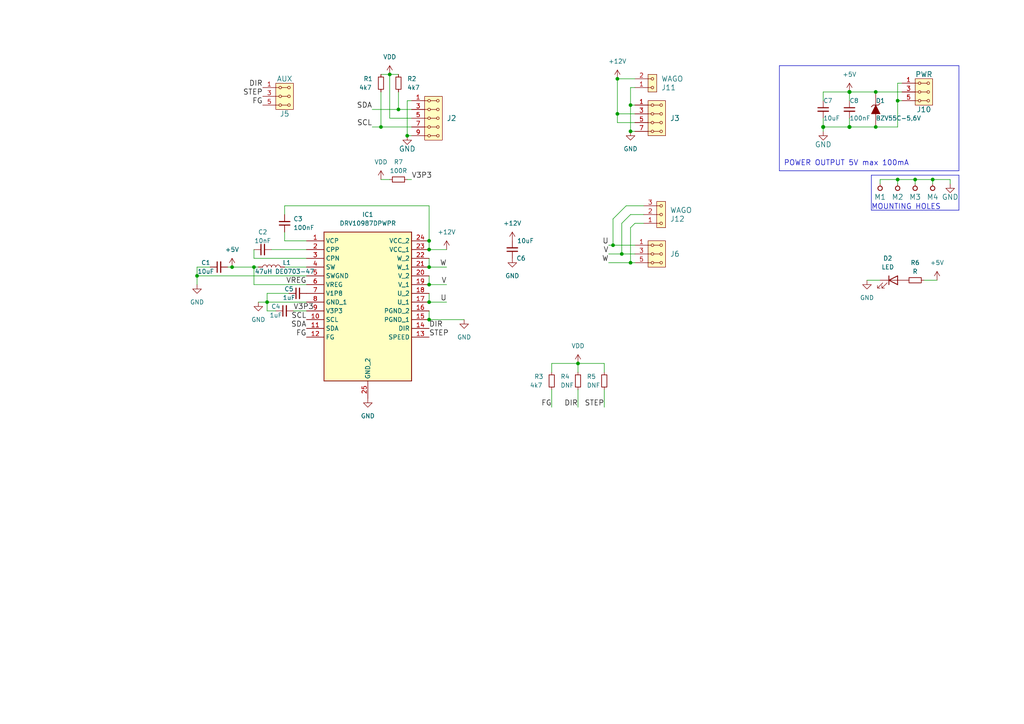
<source format=kicad_sch>
(kicad_sch (version 20230121) (generator eeschema)
  (paper "A4")
  (title_block (title "DRV10987V01A") (date "%d. %m. %Y") (rev "01A") (company "Mlab www.mlab.cz") (comment 1 "BLDC/PMSM sensorless motor controller ") (comment 2 "roman-dvorak <romandvorak@mlab.cz>"))
  (lib_symbols
    (symbol "Device:C_Small" (pin_numbers hide) (pin_names (offset 0.254) hide)
      (property "Reference" "C" (at 0.254 1.778 0))
      (property "Value" "C_Small" (at 0.254 -2.032 0))
      (symbol "C_Small_0_1"
        (polyline (pts (xy -1.524 -0.508) (xy 1.524 -0.508)) (stroke (width 0.3302)))
        (polyline (pts (xy -1.524 0.508) (xy 1.524 0.508)) (stroke (width 0.3048)))
      )
      (symbol "C_Small_1_1"
        (pin passive line (at 0 2.54 270) (length 2.032) (name "~") (number "1"))
        (pin passive line (at 0 -2.54 90) (length 2.032) (name "~") (number "2"))
      )
    )
    (symbol "Device:L" (pin_numbers hide) (pin_names (offset 1.016) hide)
      (property "Reference" "L" (at -1.27 0 90))
      (property "Value" "L" (at 1.905 0 90))
      (symbol "L_0_1"
        (arc (start 0 -2.54) (mid 0.6323 -1.905) (end 0 -1.27))
        (arc (start 0 -1.27) (mid 0.6323 -0.635) (end 0 0))
        (arc (start 0 0) (mid 0.6323 0.635) (end 0 1.27))
        (arc (start 0 1.27) (mid 0.6323 1.905) (end 0 2.54))
      )
      (symbol "L_1_1"
        (pin passive line (at 0 3.81 270) (length 1.27) (name "1") (number "1"))
        (pin passive line (at 0 -3.81 90) (length 1.27) (name "2") (number "2"))
      )
    )
    (symbol "Device:LED" (pin_numbers hide) (pin_names (offset 1.016) hide)
      (property "Reference" "D" (at 0 2.54 0))
      (property "Value" "LED" (at 0 -2.54 0))
      (symbol "LED_0_1"
        (polyline (pts (xy -1.27 -1.27) (xy -1.27 1.27)) (stroke (width 0.254)))
        (polyline (pts (xy -1.27 0) (xy 1.27 0)))
        (polyline (pts (xy 1.27 -1.27) (xy 1.27 1.27) (xy -1.27 0) (xy 1.27 -1.27)) (stroke (width 0.254)))
        (polyline (pts (xy -3.048 -0.762) (xy -4.572 -2.286) (xy -3.81 -2.286) (xy -4.572 -2.286) (xy -4.572 -1.524)))
        (polyline (pts (xy -1.778 -0.762) (xy -3.302 -2.286) (xy -2.54 -2.286) (xy -3.302 -2.286) (xy -3.302 -1.524)))
      )
      (symbol "LED_1_1"
        (pin passive line (at -3.81 0 0) (length 2.54) (name "K") (number "1"))
        (pin passive line (at 3.81 0 180) (length 2.54) (name "A") (number "2"))
      )
    )
    (symbol "Device:R_Small" (pin_numbers hide) (pin_names (offset 0.254) hide)
      (property "Reference" "R" (at 0.762 0.508 0))
      (property "Value" "R_Small" (at 0.762 -1.016 0))
      (symbol "R_Small_0_1"
        (rectangle (start -0.762 1.778) (end 0.762 -1.778) (stroke (width 0.2032)))
      )
      (symbol "R_Small_1_1"
        (pin passive line (at 0 2.54 270) (length 0.762) (name "~") (number "1"))
        (pin passive line (at 0 -2.54 90) (length 0.762) (name "~") (number "2"))
      )
    )
    (symbol "GND_1" (power) (pin_names (offset 0))
      (property "Value" "GND_1" (at 0 -3.81 0))
      (symbol "GND_1_0_1"
        (polyline (pts (xy 0 0) (xy 0 -1.27) (xy 1.27 -1.27) (xy 0 -2.54) (xy -1.27 -1.27) (xy 0 -1.27)))
      )
      (symbol "GND_1_1_1"
        (pin power_in line (at 0 0 270) (length 0) hide (name "GND") (number "1"))
      )
    )
    (symbol "GND_2" (power) (pin_names (offset 0))
      (property "Value" "GND_2" (at 0 -3.81 0))
      (symbol "GND_2_0_1"
        (polyline (pts (xy 0 0) (xy 0 -1.27) (xy 1.27 -1.27) (xy 0 -2.54) (xy -1.27 -1.27) (xy 0 -1.27)))
      )
      (symbol "GND_2_1_1"
        (pin power_in line (at 0 0 270) (length 0) hide (name "GND") (number "1"))
      )
    )
    (symbol "ISM02A-rescue:C_Small-Device-ISM02A-rescue" (pin_numbers hide) (pin_names (offset 0.254) hide)
      (property "Reference" "C" (at 0.254 1.778 0))
      (property "Value" "C_Small-Device-ISM02A-rescue" (at 0.254 -2.032 0))
      (symbol "C_Small-Device-ISM02A-rescue_0_1"
        (polyline (pts (xy -1.524 -0.508) (xy 1.524 -0.508)) (stroke (width 0.3302)))
        (polyline (pts (xy -1.524 0.508) (xy 1.524 0.508)) (stroke (width 0.3048)))
      )
      (symbol "C_Small-Device-ISM02A-rescue_1_1"
        (pin passive line (at 0 2.54 270) (length 2.032) (name "~") (number "1"))
        (pin passive line (at 0 -2.54 90) (length 2.032) (name "~") (number "2"))
      )
    )
    (symbol "ISM02A-rescue:D_ZENER-MLAB_D" (pin_numbers hide) (pin_names (offset 1.016) hide)
      (property "Reference" "D" (at 0 2.54 0))
      (property "Value" "D_ZENER-MLAB_D" (at 0 -2.54 0))
      (symbol "D_ZENER-MLAB_D_0_1"
        (polyline (pts (xy -1.778 1.27) (xy -1.27 0.762) (xy -1.27 -0.762) (xy -0.762 -1.27) (xy -0.762 -1.27)) (stroke (width 0.2032)))
        (polyline (pts (xy -1.27 0) (xy 1.27 1.27) (xy 1.27 -1.27) (xy -1.27 0) (xy -1.27 0)) (fill (type outline)))
      )
      (symbol "D_ZENER-MLAB_D_1_1"
        (pin passive line (at -5.08 0 0) (length 3.81) (name "K") (number "1"))
        (pin passive line (at 5.08 0 180) (length 3.81) (name "A") (number "2"))
      )
    )
    (symbol "MLAB_HEADER:HEADER_1x02" (pin_names (offset 1.016))
      (property "Reference" "J" (at 0 -3.81 0))
      (property "Value" "HEADER_1x02" (at 0 3.81 0))
      (symbol "HEADER_1x02_0_1"
        (rectangle (start -1.27 2.54) (end 1.27 -2.54) (fill (type background)))
        (circle (center 0 -1.27) (radius 0.381))
        (polyline (pts (xy -1.27 -1.27) (xy -0.381 -1.27)))
        (polyline (pts (xy -1.27 1.27) (xy -0.381 1.27)))
        (circle (center 0 1.27) (radius 0.381))
      )
      (symbol "HEADER_1x02_1_1"
        (pin input line (at -5.08 1.27 0) (length 3.81) (name "~") (number "1"))
        (pin input line (at -5.08 -1.27 0) (length 3.81) (name "~") (number "2"))
      )
    )
    (symbol "MLAB_HEADER:HEADER_1x03" (pin_names (offset 1.016))
      (property "Reference" "J" (at 0 -5.08 0))
      (property "Value" "HEADER_1x03" (at 0 5.08 0))
      (symbol "HEADER_1x03_0_1"
        (rectangle (start -1.27 3.81) (end 1.27 -3.81) (fill (type background)))
        (circle (center 0 -2.54) (radius 0.381))
        (polyline (pts (xy -1.27 -2.54) (xy -0.381 -2.54)))
        (polyline (pts (xy -1.27 0) (xy -0.381 0)))
        (polyline (pts (xy -1.27 2.54) (xy -0.381 2.54)))
        (circle (center 0 0) (radius 0.381))
        (circle (center 0 2.54) (radius 0.381))
      )
      (symbol "HEADER_1x03_1_1"
        (pin input line (at -5.08 2.54 0) (length 3.81) (name "~") (number "1"))
        (pin input line (at -5.08 0 0) (length 3.81) (name "~") (number "2"))
        (pin input line (at -5.08 -2.54 0) (length 3.81) (name "~") (number "3"))
      )
    )
    (symbol "MLAB_HEADER:HEADER_2x03_PARALLEL" (pin_names (offset 1.016))
      (property "Reference" "J" (at 0 -5.08 0))
      (property "Value" "HEADER_2x03_PARALLEL" (at 0 5.08 0))
      (symbol "HEADER_2x03_PARALLEL_0_1"
        (rectangle (start -2.54 3.81) (end 2.54 -3.81) (fill (type background)))
        (circle (center -1.27 -2.54) (radius 0.381))
        (circle (center -1.27 0) (radius 0.381))
        (circle (center -1.27 2.54) (radius 0.381))
        (polyline (pts (xy -1.651 -2.54) (xy -2.54 -2.54)))
        (polyline (pts (xy -1.651 0) (xy -2.54 0)))
        (polyline (pts (xy -1.651 2.54) (xy -2.54 2.54)))
        (polyline (pts (xy -0.889 -2.54) (xy 0.889 -2.54)))
        (polyline (pts (xy -0.889 0) (xy 0.889 0)))
        (polyline (pts (xy -0.889 2.54) (xy 0.889 2.54)))
        (circle (center 1.27 -2.54) (radius 0.381))
        (circle (center 1.27 0) (radius 0.381))
        (circle (center 1.27 2.54) (radius 0.381))
      )
      (symbol "HEADER_2x03_PARALLEL_1_1"
        (pin input line (at -6.35 2.54 0) (length 3.81) (name "~") (number "1"))
        (pin input line (at -6.35 2.54 0) (length 3.81) hide (name "~") (number "2"))
        (pin input line (at -6.35 0 0) (length 3.81) (name "~") (number "3"))
        (pin input line (at -6.35 0 0) (length 3.81) hide (name "~") (number "4"))
        (pin input line (at -6.35 -2.54 0) (length 3.81) (name "~") (number "5"))
        (pin input line (at -6.35 -2.54 0) (length 3.81) hide (name "~") (number "6"))
      )
    )
    (symbol "MLAB_HEADER:HEADER_2x04_PARALLEL" (pin_names (offset 1.016))
      (property "Reference" "J" (at 0 -6.35 0))
      (property "Value" "HEADER_2x04_PARALLEL" (at 0 6.35 0))
      (symbol "HEADER_2x04_PARALLEL_0_1"
        (rectangle (start -2.54 5.08) (end 2.54 -5.08) (fill (type background)))
        (circle (center -1.27 -3.81) (radius 0.381))
        (circle (center -1.27 -1.27) (radius 0.381))
        (circle (center -1.27 1.27) (radius 0.381))
        (circle (center -1.27 3.81) (radius 0.381))
        (polyline (pts (xy -1.651 -3.81) (xy -2.54 -3.81)))
        (polyline (pts (xy -1.651 -1.27) (xy -2.54 -1.27)))
        (polyline (pts (xy -1.651 1.27) (xy -2.54 1.27)))
        (polyline (pts (xy -1.651 3.81) (xy -2.54 3.81)))
        (polyline (pts (xy -0.889 -3.81) (xy 0.889 -3.81)))
        (polyline (pts (xy -0.889 -1.27) (xy 0.889 -1.27)))
        (polyline (pts (xy -0.889 1.27) (xy 0.889 1.27)))
        (polyline (pts (xy -0.889 3.81) (xy 0.889 3.81)))
        (circle (center 1.27 -3.81) (radius 0.381))
        (circle (center 1.27 -1.27) (radius 0.381))
        (circle (center 1.27 1.27) (radius 0.381))
        (circle (center 1.27 3.81) (radius 0.381))
      )
      (symbol "HEADER_2x04_PARALLEL_1_1"
        (pin input line (at -6.35 3.81 0) (length 3.81) (name "~") (number "1"))
        (pin input line (at -6.35 3.81 0) (length 3.81) hide (name "~") (number "2"))
        (pin input line (at -6.35 1.27 0) (length 3.81) (name "~") (number "3"))
        (pin input line (at -6.35 1.27 0) (length 3.81) hide (name "~") (number "4"))
        (pin input line (at -6.35 -1.27 0) (length 3.81) (name "~") (number "5"))
        (pin input line (at -6.35 -1.27 0) (length 3.81) hide (name "~") (number "6"))
        (pin input line (at -6.35 -3.81 0) (length 3.81) (name "~") (number "7"))
        (pin input line (at -6.35 -3.81 0) (length 3.81) hide (name "~") (number "8"))
      )
    )
    (symbol "MLAB_HEADER:HEADER_2x05_PARALLEL" (pin_names (offset 1.016))
      (property "Reference" "J" (at 0 -7.62 0))
      (property "Value" "HEADER_2x05_PARALLEL" (at 0 7.62 0))
      (symbol "HEADER_2x05_PARALLEL_0_1"
        (rectangle (start -2.54 6.35) (end 2.54 -6.35) (fill (type background)))
        (circle (center -1.27 -5.08) (radius 0.381))
        (circle (center -1.27 -2.54) (radius 0.381))
        (circle (center -1.27 0) (radius 0.381))
        (circle (center -1.27 2.54) (radius 0.381))
        (circle (center -1.27 5.08) (radius 0.381))
        (polyline (pts (xy -1.651 -5.08) (xy -2.54 -5.08)))
        (polyline (pts (xy -1.651 -2.54) (xy -2.54 -2.54)))
        (polyline (pts (xy -1.651 0) (xy -2.54 0)))
        (polyline (pts (xy -1.651 2.54) (xy -2.54 2.54)))
        (polyline (pts (xy -1.651 5.08) (xy -2.54 5.08)))
        (polyline (pts (xy -0.889 -5.08) (xy 0.889 -5.08)))
        (polyline (pts (xy -0.889 -2.54) (xy 0.889 -2.54)))
        (polyline (pts (xy -0.889 0) (xy 0.889 0)))
        (polyline (pts (xy -0.889 2.54) (xy 0.889 2.54)))
        (polyline (pts (xy -0.889 5.08) (xy 0.889 5.08)))
        (circle (center 1.27 -5.08) (radius 0.381))
        (circle (center 1.27 -2.54) (radius 0.381))
        (circle (center 1.27 0) (radius 0.381))
        (circle (center 1.27 2.54) (radius 0.381))
        (circle (center 1.27 5.08) (radius 0.381))
      )
      (symbol "HEADER_2x05_PARALLEL_1_1"
        (pin input line (at -6.35 5.08 0) (length 3.81) (name "~") (number "1"))
        (pin input line (at -6.35 -5.08 0) (length 3.81) hide (name "~") (number "10"))
        (pin input line (at -6.35 5.08 0) (length 3.81) hide (name "~") (number "2"))
        (pin input line (at -6.35 2.54 0) (length 3.81) (name "~") (number "3"))
        (pin input line (at -6.35 2.54 0) (length 3.81) hide (name "~") (number "4"))
        (pin input line (at -6.35 0 0) (length 3.81) (name "~") (number "5"))
        (pin input line (at -6.35 0 0) (length 3.81) hide (name "~") (number "6"))
        (pin input line (at -6.35 -2.54 0) (length 3.81) (name "~") (number "7"))
        (pin input line (at -6.35 -2.54 0) (length 3.81) hide (name "~") (number "8"))
        (pin input line (at -6.35 -5.08 0) (length 3.81) (name "~") (number "9"))
      )
    )
    (symbol "MLAB_IO:DRV10975PWPR"
      (property "Reference" "IC" (at 31.75 7.62 0))
      (property "Value" "DRV10975PWPR" (at 31.75 5.08 0))
      (symbol "DRV10975PWPR_1_1"
        (rectangle (start 5.08 2.54) (end 30.48 -40.64) (stroke (width 0.254)) (fill (type background)))
        (pin passive line (at 0 0 0) (length 5.08) (name "VCP") (number "1"))
        (pin passive line (at 0 -22.86 0) (length 5.08) (name "SCL") (number "10"))
        (pin passive line (at 0 -25.4 0) (length 5.08) (name "SDA") (number "11"))
        (pin passive line (at 0 -27.94 0) (length 5.08) (name "FG") (number "12"))
        (pin passive line (at 35.56 -27.94 180) (length 5.08) (name "SPEED") (number "13"))
        (pin passive line (at 35.56 -25.4 180) (length 5.08) (name "DIR") (number "14"))
        (pin passive line (at 35.56 -22.86 180) (length 5.08) (name "PGND_1") (number "15"))
        (pin passive line (at 35.56 -20.32 180) (length 5.08) (name "PGND_2") (number "16"))
        (pin passive line (at 35.56 -17.78 180) (length 5.08) (name "U_1") (number "17"))
        (pin passive line (at 35.56 -15.24 180) (length 5.08) (name "U_2") (number "18"))
        (pin passive line (at 35.56 -12.7 180) (length 5.08) (name "V_1") (number "19"))
        (pin passive line (at 0 -2.54 0) (length 5.08) (name "CPP") (number "2"))
        (pin passive line (at 35.56 -10.16 180) (length 5.08) (name "V_2") (number "20"))
        (pin passive line (at 35.56 -7.62 180) (length 5.08) (name "W_1") (number "21"))
        (pin passive line (at 35.56 -5.08 180) (length 5.08) (name "W_2") (number "22"))
        (pin passive line (at 35.56 -2.54 180) (length 5.08) (name "VCC_1") (number "23"))
        (pin passive line (at 35.56 0 180) (length 5.08) (name "VCC_2") (number "24"))
        (pin passive line (at 17.78 -45.72 90) (length 5.08) (name "GND_2") (number "25"))
        (pin passive line (at 0 -5.08 0) (length 5.08) (name "CPN") (number "3"))
        (pin passive line (at 0 -7.62 0) (length 5.08) (name "SW") (number "4"))
        (pin passive line (at 0 -10.16 0) (length 5.08) (name "SWGND") (number "5"))
        (pin passive line (at 0 -12.7 0) (length 5.08) (name "VREG") (number "6"))
        (pin passive line (at 0 -15.24 0) (length 5.08) (name "V1P8") (number "7"))
        (pin passive line (at 0 -17.78 0) (length 5.08) (name "GND_1") (number "8"))
        (pin passive line (at 0 -20.32 0) (length 5.08) (name "V3P3") (number "9"))
      )
    )
    (symbol "header:HEADER_2x03_PARALLEL" (pin_names (offset 1.016))
      (property "Reference" "J" (at 0 -5.08 0))
      (property "Value" "HEADER_2x03_PARALLEL" (at 0 5.08 0))
      (symbol "HEADER_2x03_PARALLEL_0_1"
        (rectangle (start -2.54 3.81) (end 2.54 -3.81) (fill (type background)))
        (circle (center -1.27 -2.54) (radius 0.381))
        (circle (center -1.27 0) (radius 0.381))
        (circle (center -1.27 2.54) (radius 0.381))
        (polyline (pts (xy -1.651 -2.54) (xy -2.54 -2.54)))
        (polyline (pts (xy -1.651 0) (xy -2.54 0)))
        (polyline (pts (xy -1.651 2.54) (xy -2.54 2.54)))
        (polyline (pts (xy -0.889 -2.54) (xy 0.889 -2.54)))
        (polyline (pts (xy -0.889 0) (xy 0.889 0)))
        (polyline (pts (xy -0.889 2.54) (xy 0.889 2.54)))
        (circle (center 1.27 -2.54) (radius 0.381))
        (circle (center 1.27 0) (radius 0.381))
        (circle (center 1.27 2.54) (radius 0.381))
      )
      (symbol "HEADER_2x03_PARALLEL_1_1"
        (pin input line (at -6.35 2.54 0) (length 3.81) (name "~") (number "1"))
        (pin input line (at -6.35 2.54 0) (length 3.81) hide (name "~") (number "2"))
        (pin input line (at -6.35 0 0) (length 3.81) (name "~") (number "3"))
        (pin input line (at -6.35 0 0) (length 3.81) hide (name "~") (number "4"))
        (pin input line (at -6.35 -2.54 0) (length 3.81) (name "~") (number "5"))
        (pin input line (at -6.35 -2.54 0) (length 3.81) hide (name "~") (number "6"))
      )
    )
    (symbol "mlab-default-rescue:GND" (power) (pin_names (offset 0))
      (property "Value" "GND" (at 0 -3.81 0))
      (symbol "GND_0_1"
        (polyline (pts (xy 0 0) (xy 0 -1.27) (xy 1.27 -1.27) (xy 0 -2.54) (xy -1.27 -1.27) (xy 0 -1.27)))
      )
      (symbol "GND_1_1"
        (pin power_in line (at 0 0 270) (length 0) hide (name "GND") (number "1"))
      )
    )
    (symbol "mlab-default-rescue:HOLE" (pin_numbers hide) (pin_names (offset 1.016) hide)
      (property "Reference" "M" (at 0 2.54 0))
      (property "Value" "HOLE" (at 0 -2.54 0))
      (symbol "HOLE_0_1"
        (circle (center 0 0) (radius 0.635) (stroke (width 0.254)))
      )
      (symbol "HOLE_1_1"
        (pin input line (at 1.27 0 180) (length 0.635) (name "~") (number "1"))
      )
    )
    (symbol "power:+12V" (power) (pin_names (offset 0))
      (property "Value" "+12V" (at 0 3.556 0))
      (symbol "+12V_0_1"
        (polyline (pts (xy -0.762 1.27) (xy 0 2.54)))
        (polyline (pts (xy 0 0) (xy 0 2.54)))
        (polyline (pts (xy 0 2.54) (xy 0.762 1.27)))
      )
      (symbol "+12V_1_1"
        (pin power_in line (at 0 0 90) (length 0) hide (name "+12V") (number "1"))
      )
    )
    (symbol "power:+5V" (power) (pin_names (offset 0))
      (property "Value" "+5V" (at 0 3.556 0))
      (symbol "+5V_0_1"
        (polyline (pts (xy -0.762 1.27) (xy 0 2.54)))
        (polyline (pts (xy 0 0) (xy 0 2.54)))
        (polyline (pts (xy 0 2.54) (xy 0.762 1.27)))
      )
      (symbol "+5V_1_1"
        (pin power_in line (at 0 0 90) (length 0) hide (name "+5V") (number "1"))
      )
    )
    (symbol "power:GND" (power) (pin_names (offset 0))
      (property "Value" "GND" (at 0 -3.81 0))
      (symbol "GND_0_1"
        (polyline (pts (xy 0 0) (xy 0 -1.27) (xy 1.27 -1.27) (xy 0 -2.54) (xy -1.27 -1.27) (xy 0 -1.27)))
      )
      (symbol "GND_1_1"
        (pin power_in line (at 0 0 270) (length 0) hide (name "GND") (number "1"))
      )
    )
    (symbol "power:VDD" (power) (pin_names (offset 0))
      (property "Value" "VDD" (at 0 3.81 0))
      (symbol "VDD_0_1"
        (polyline (pts (xy -0.762 1.27) (xy 0 2.54)))
        (polyline (pts (xy 0 0) (xy 0 2.54)))
        (polyline (pts (xy 0 2.54) (xy 0.762 1.27)))
      )
      (symbol "VDD_1_1"
        (pin power_in line (at 0 0 90) (length 0) hide (name "VDD") (number "1"))
      )
    )
  )
  (junction (at 182.88 76.2))
  (junction (at 177.8 71.12))
  (junction (at 254 26.67))
  (junction (at 246.38 36.83) (diameter 1.016))
  (junction (at 124.46 92.71))
  (junction (at 124.46 77.47))
  (junction (at 179.07 33.02))
  (junction (at 77.47 87.63))
  (junction (at 270.51 52.07))
  (junction (at 113.03 21.59))
  (junction (at 124.46 82.55))
  (junction (at 167.64 105.41))
  (junction (at 260.35 29.21))
  (junction (at 118.11 39.37))
  (junction (at 124.46 72.39))
  (junction (at 115.57 31.75))
  (junction (at 67.31 77.47))
  (junction (at 265.43 52.07))
  (junction (at 238.76 36.83) (diameter 1.016))
  (junction (at 254 36.83))
  (junction (at 246.38 26.67) (diameter 1.016))
  (junction (at 180.34 73.66))
  (junction (at 260.35 52.07))
  (junction (at 110.49 36.83))
  (junction (at 182.88 38.1))
  (junction (at 182.88 30.48))
  (junction (at 57.15 80.01))
  (junction (at 124.46 87.63))
  (junction (at 124.46 69.85))
  (junction (at 179.07 22.86))
  (junction (at 73.66 77.47))
  (wire (pts (xy 260.35 53.34) (xy 260.35 52.07)))
  (wire (pts (xy 167.64 105.41) (xy 175.26 105.41)))
  (wire (pts (xy 88.9 74.93) (xy 73.66 74.93)))
  (wire (pts (xy 115.57 31.75) (xy 119.38 31.75)))
  (wire (pts (xy 107.95 36.83) (xy 110.49 36.83)))
  (wire (pts (xy 124.46 72.39) (xy 129.54 72.39)))
  (wire (pts (xy 110.49 52.07) (xy 113.03 52.07)))
  (wire (pts (xy 265.43 53.34) (xy 265.43 52.07)))
  (wire (pts (xy 167.64 113.03) (xy 167.64 118.11)))
  (wire (pts (xy 82.55 69.85) (xy 88.9 69.85)))
  (wire (pts (xy 254 26.67) (xy 261.62 26.67)))
  (wire (pts (xy 175.26 113.03) (xy 175.26 118.11)))
  (wire (pts (xy 246.38 36.83) (xy 238.76 36.83)))
  (wire (pts (xy 275.59 52.07) (xy 270.51 52.07)))
  (wire (pts (xy 181.61 59.69) (xy 177.8 63.5)))
  (polyline (pts (xy 278.13 49.53) (xy 278.13 19.05)))
  (wire (pts (xy 57.15 77.47) (xy 57.15 80.01)))
  (wire (pts (xy 238.76 26.67) (xy 246.38 26.67)))
  (wire (pts (xy 82.55 77.47) (xy 88.9 77.47)))
  (wire (pts (xy 179.07 33.02) (xy 179.07 35.56)))
  (wire (pts (xy 57.15 80.01) (xy 88.9 80.01)))
  (wire (pts (xy 184.15 64.77) (xy 186.69 64.77)))
  (wire (pts (xy 238.76 36.83) (xy 238.76 38.1)))
  (wire (pts (xy 179.07 22.86) (xy 179.07 33.02)))
  (wire (pts (xy 177.8 63.5) (xy 177.8 71.12)))
  (wire (pts (xy 251.46 81.28) (xy 255.27 81.28)))
  (wire (pts (xy 182.88 62.23) (xy 180.34 64.77)))
  (wire (pts (xy 275.59 53.34) (xy 275.59 52.07)))
  (wire (pts (xy 182.88 30.48) (xy 182.88 38.1)))
  (wire (pts (xy 124.46 69.85) (xy 124.46 72.39)))
  (wire (pts (xy 119.38 34.29) (xy 113.03 34.29)))
  (wire (pts (xy 176.53 73.66) (xy 180.34 73.66)))
  (wire (pts (xy 182.88 66.04) (xy 182.88 76.2)))
  (wire (pts (xy 238.76 34.29) (xy 238.76 36.83)))
  (wire (pts (xy 88.9 82.55) (xy 73.66 82.55)))
  (wire (pts (xy 175.26 105.41) (xy 175.26 107.95)))
  (wire (pts (xy 265.43 52.07) (xy 260.35 52.07)))
  (wire (pts (xy 261.62 24.13) (xy 260.35 24.13)))
  (wire (pts (xy 160.02 105.41) (xy 160.02 107.95)))
  (polyline (pts (xy 278.13 50.8) (xy 278.13 60.96)))
  (wire (pts (xy 167.64 105.41) (xy 167.64 107.95)))
  (wire (pts (xy 182.88 30.48) (xy 184.15 30.48)))
  (wire (pts (xy 270.51 53.34) (xy 270.51 52.07)))
  (wire (pts (xy 82.55 67.31) (xy 82.55 69.85)))
  (wire (pts (xy 124.46 87.63) (xy 129.54 87.63)))
  (wire (pts (xy 124.46 82.55) (xy 129.54 82.55)))
  (wire (pts (xy 260.35 36.83) (xy 254 36.83)))
  (wire (pts (xy 88.9 87.63) (xy 77.47 87.63)))
  (wire (pts (xy 182.88 25.4) (xy 184.15 25.4)))
  (wire (pts (xy 73.66 82.55) (xy 73.66 77.47)))
  (wire (pts (xy 254 26.67) (xy 246.38 26.67)))
  (wire (pts (xy 260.35 29.21) (xy 260.35 36.83)))
  (polyline (pts (xy 226.06 49.53) (xy 278.13 49.53)))
  (wire (pts (xy 124.46 90.17) (xy 124.46 92.71)))
  (wire (pts (xy 57.15 80.01) (xy 57.15 82.55)))
  (wire (pts (xy 261.62 29.21) (xy 260.35 29.21)))
  (polyline (pts (xy 278.13 60.96) (xy 252.73 60.96)))
  (wire (pts (xy 78.74 72.39) (xy 88.9 72.39)))
  (polyline (pts (xy 226.06 19.05) (xy 226.06 49.53)))
  (wire (pts (xy 124.46 77.47) (xy 129.54 77.47)))
  (wire (pts (xy 66.04 77.47) (xy 67.31 77.47)))
  (wire (pts (xy 119.38 36.83) (xy 110.49 36.83)))
  (wire (pts (xy 255.27 52.07) (xy 255.27 53.34)))
  (wire (pts (xy 85.09 90.17) (xy 88.9 90.17)))
  (wire (pts (xy 118.11 52.07) (xy 119.38 52.07)))
  (wire (pts (xy 267.97 81.28) (xy 271.78 81.28)))
  (wire (pts (xy 246.38 26.67) (xy 246.38 29.21)))
  (wire (pts (xy 186.69 59.69) (xy 181.61 59.69)))
  (wire (pts (xy 176.53 71.12) (xy 177.8 71.12)))
  (wire (pts (xy 124.46 80.01) (xy 124.46 82.55)))
  (wire (pts (xy 179.07 22.86) (xy 184.15 22.86)))
  (wire (pts (xy 82.55 62.23) (xy 82.55 59.69)))
  (wire (pts (xy 246.38 34.29) (xy 246.38 36.83)))
  (wire (pts (xy 57.15 77.47) (xy 60.96 77.47)))
  (wire (pts (xy 110.49 36.83) (xy 110.49 26.67)))
  (polyline (pts (xy 252.73 60.96) (xy 252.73 50.8)))
  (wire (pts (xy 180.34 64.77) (xy 180.34 73.66)))
  (wire (pts (xy 124.46 92.71) (xy 134.62 92.71)))
  (wire (pts (xy 182.88 66.04) (xy 184.15 64.77)))
  (wire (pts (xy 77.47 85.09) (xy 77.47 87.63)))
  (wire (pts (xy 180.34 73.66) (xy 184.15 73.66)))
  (wire (pts (xy 118.11 29.21) (xy 118.11 39.37)))
  (wire (pts (xy 270.51 52.07) (xy 265.43 52.07)))
  (wire (pts (xy 260.35 24.13) (xy 260.35 29.21)))
  (polyline (pts (xy 278.13 19.05) (xy 226.06 19.05)))
  (wire (pts (xy 107.95 31.75) (xy 115.57 31.75)))
  (wire (pts (xy 73.66 74.93) (xy 73.66 72.39)))
  (wire (pts (xy 176.53 76.2) (xy 182.88 76.2)))
  (wire (pts (xy 182.88 76.2) (xy 184.15 76.2)))
  (wire (pts (xy 238.76 26.67) (xy 238.76 29.21)))
  (wire (pts (xy 77.47 90.17) (xy 80.01 90.17)))
  (wire (pts (xy 182.88 38.1) (xy 184.15 38.1)))
  (wire (pts (xy 124.46 85.09) (xy 124.46 87.63)))
  (wire (pts (xy 113.03 34.29) (xy 113.03 21.59)))
  (wire (pts (xy 77.47 87.63) (xy 77.47 90.17)))
  (polyline (pts (xy 252.73 50.8) (xy 278.13 50.8)))
  (wire (pts (xy 160.02 113.03) (xy 160.02 118.11)))
  (wire (pts (xy 260.35 52.07) (xy 255.27 52.07)))
  (wire (pts (xy 82.55 59.69) (xy 124.46 59.69)))
  (wire (pts (xy 246.38 36.83) (xy 254 36.83)))
  (wire (pts (xy 74.93 87.63) (xy 77.47 87.63)))
  (wire (pts (xy 67.31 77.47) (xy 73.66 77.47)))
  (wire (pts (xy 124.46 59.69) (xy 124.46 69.85)))
  (wire (pts (xy 182.88 25.4) (xy 182.88 30.48)))
  (wire (pts (xy 186.69 62.23) (xy 182.88 62.23)))
  (wire (pts (xy 115.57 26.67) (xy 115.57 31.75)))
  (wire (pts (xy 179.07 35.56) (xy 184.15 35.56)))
  (wire (pts (xy 110.49 21.59) (xy 113.03 21.59)))
  (wire (pts (xy 124.46 74.93) (xy 124.46 77.47)))
  (wire (pts (xy 73.66 77.47) (xy 74.93 77.47)))
  (wire (pts (xy 160.02 105.41) (xy 167.64 105.41)))
  (wire (pts (xy 83.82 85.09) (xy 77.47 85.09)))
  (wire (pts (xy 118.11 39.37) (xy 119.38 39.37)))
  (wire (pts (xy 119.38 29.21) (xy 118.11 29.21)))
  (wire (pts (xy 113.03 21.59) (xy 115.57 21.59)))
  (wire (pts (xy 177.8 71.12) (xy 184.15 71.12)))
  (wire (pts (xy 179.07 33.02) (xy 184.15 33.02)))
  (text "POWER OUTPUT 5V max 100mA" (at 227.33 48.26 0) (effects (font (size 1.524 1.524)) (justify left bottom)))
  (text "MOUNTING HOLES" (at 252.73 60.96 0) (effects (font (size 1.524 1.524)) (justify left bottom)))
  (label "V3P3" (at 85.09 90.17 0) (effects (font (size 1.524 1.524))))
  (label "SDA" (at 107.95 31.75 180) (effects (font (size 1.524 1.524))))
  (label "SCL" (at 107.95 36.83 180) (effects (font (size 1.524 1.524))))
  (label "U" (at 129.54 87.63 180) (effects (font (size 1.524 1.524))))
  (label "DIR" (at 76.2 25.4 180) (effects (font (size 1.524 1.524))))
  (label "U" (at 176.53 71.12 180) (effects (font (size 1.524 1.524))))
  (label "FG" (at 76.2 30.48 180) (effects (font (size 1.524 1.524))))
  (label "FG" (at 160.02 118.11 180) (effects (font (size 1.524 1.524))))
  (label "DIR" (at 124.46 95.25 0) (effects (font (size 1.524 1.524))))
  (label "SDA" (at 88.9 95.25 180) (effects (font (size 1.524 1.524))))
  (label "FG" (at 88.9 97.79 180) (effects (font (size 1.524 1.524))))
  (label "V3P3" (at 119.38 52.07 0) (effects (font (size 1.524 1.524))))
  (label "STEP" (at 76.2 27.94 180) (effects (font (size 1.524 1.524))))
  (label "DIR" (at 167.64 118.11 180) (effects (font (size 1.524 1.524))))
  (label "V" (at 129.54 82.55 180) (effects (font (size 1.524 1.524))))
  (label "STEP" (at 124.46 97.79 0) (effects (font (size 1.524 1.524))))
  (label "W" (at 129.54 77.47 180) (effects (font (size 1.524 1.524))))
  (label "V" (at 176.53 73.66 180) (effects (font (size 1.524 1.524))))
  (label "W" (at 176.53 76.2 180) (effects (font (size 1.524 1.524))))
  (label "SCL" (at 88.9 92.71 180) (effects (font (size 1.524 1.524))))
  (label "VREG" (at 88.9 82.55 180) (effects (font (size 1.524 1.524))))
  (label "STEP" (at 175.26 118.11 180) (effects (font (size 1.524 1.524))))
  (symbol (lib_id "header:HEADER_2x03_PARALLEL") (at 267.97 26.67 0) (unit 1)
    (property "Reference" "J10" (at 267.97 31.75 0) (effects (font (size 1.524 1.524))))
    (property "Value" "PWR" (at 267.97 21.59 0) (effects (font (size 1.524 1.524))))
    (property "Footprint" "Mlab_Pin_Headers:Straight_2x03" (effects hide))
  )
  (symbol (lib_id "mlab-default-rescue:HOLE") (at 255.27 54.61 90) (unit 1)
    (property "Reference" "M1" (at 255.27 57.15 90) (effects (font (size 1.524 1.524))))
    (property "Value" "HOLE M3" (effects hide))
    (property "Footprint" "Mlab_Mechanical:MountingHole_3mm" (effects hide))
  )
  (symbol (lib_id "mlab-default-rescue:HOLE") (at 260.35 54.61 90) (unit 1)
    (property "Reference" "M2" (at 260.35 57.15 90) (effects (font (size 1.524 1.524))))
    (property "Value" "HOLE M3" (effects hide))
    (property "Footprint" "Mlab_Mechanical:MountingHole_3mm" (effects hide))
  )
  (symbol (lib_id "mlab-default-rescue:HOLE") (at 265.43 54.61 90) (unit 1)
    (property "Reference" "M3" (at 265.43 57.15 90) (effects (font (size 1.524 1.524))))
    (property "Value" "HOLE M3" (effects hide))
    (property "Footprint" "Mlab_Mechanical:MountingHole_3mm" (effects hide))
  )
  (symbol (lib_id "mlab-default-rescue:HOLE") (at 270.51 54.61 90) (unit 1)
    (property "Reference" "M4" (at 270.51 57.15 90) (effects (font (size 1.524 1.524))))
    (property "Value" "HOLE M3" (effects hide))
    (property "Footprint" "Mlab_Mechanical:MountingHole_3mm" (effects hide))
  )
  (symbol (lib_id "mlab-default-rescue:GND") (at 275.59 53.34 0) (unit 1)
    (property "Reference" "#PWR016" (effects hide))
    (property "Value" "GND" (at 275.59 57.15 0) (effects (font (size 1.524 1.524))))
  )
  (symbol (lib_id "power:+5V") (at 67.31 77.47 0) (unit 1)
    (property "Reference" "#PWR017" (effects hide))
    (property "Value" "+5V" (at 67.31 72.39 0))
  )
  (symbol (lib_id "MLAB_HEADER:HEADER_1x02") (at 189.23 24.13 0) (mirror x) (unit 1)
    (property "Reference" "J11" (at 191.77 25.4 0) (effects (font (size 1.524 1.524)) (justify left)))
    (property "Value" "WAGO" (at 191.77 22.86 0) (effects (font (size 1.524 1.524)) (justify left)))
    (property "Footprint" "TerminalBlock_WAGO:TerminalBlock_WAGO_236-102_1x02_P5.00mm_45Degree" (effects hide))
  )
  (symbol (lib_name "GND_2") (lib_id "power:GND") (at 251.46 81.28 0) (unit 1)
    (property "Reference" "#PWR09" (effects hide))
    (property "Value" "GND" (at 251.46 86.36 0))
  )
  (symbol (lib_name "GND_1") (lib_id "power:GND") (at 106.68 115.57 0) (unit 1)
    (property "Reference" "#PWR03" (effects hide))
    (property "Value" "GND" (at 106.68 120.65 0))
  )
  (symbol (lib_id "Device:R_Small") (at 160.02 110.49 0) (unit 1)
    (property "Reference" "R3" (at 154.94 109.22 0) (effects (justify left)))
    (property "Value" "4k7" (at 153.67 111.76 0) (effects (justify left)))
    (property "Footprint" "Resistor_SMD:R_0805_2012Metric" (effects hide))
    (property "UST_ID" "5c70984612875079b91f8995" (effects hide))
  )
  (symbol (lib_name "GND_1") (lib_id "power:GND") (at 74.93 87.63 0) (unit 1)
    (property "Reference" "#PWR02" (effects hide))
    (property "Value" "GND" (at 74.93 92.71 0))
  )
  (symbol (lib_id "power:GND") (at 118.11 39.37 0) (unit 1)
    (property "Reference" "#PWR020" (effects hide))
    (property "Value" "GND" (at 118.11 43.18 0) (effects (font (size 1.524 1.524))))
  )
  (symbol (lib_id "MLAB_HEADER:HEADER_2x04_PARALLEL") (at 190.5 34.29 0) (unit 1)
    (property "Reference" "J3" (at 194.31 34.29 0) (effects (font (size 1.524 1.524)) (justify left)))
    (property "Value" "HEADER_2x04_PARALLEL" (effects hide))
    (property "Footprint" "Mlab_Pin_Headers:Straight_2x04" (effects hide))
  )
  (symbol (lib_id "power:+5V") (at 246.38 26.67 0) (unit 1)
    (property "Reference" "#PWR018" (effects hide))
    (property "Value" "+5V" (at 246.38 21.59 0))
  )
  (symbol (lib_id "Device:LED") (at 259.08 81.28 0) (unit 1)
    (property "Reference" "D2" (at 257.4925 74.93 0))
    (property "Value" "LED" (at 257.4925 77.47 0))
    (property "Footprint" "Mlab_D:LED_1206_2" (effects hide))
  )
  (symbol (lib_id "power:VDD") (at 110.49 52.07 0) (unit 1)
    (property "Reference" "#PWR014" (effects hide))
    (property "Value" "VDD" (at 110.49 46.99 0))
  )
  (symbol (lib_name "GND_1") (lib_id "power:GND") (at 57.15 82.55 0) (unit 1)
    (property "Reference" "#PWR01" (effects hide))
    (property "Value" "GND" (at 57.15 87.63 0))
  )
  (symbol (lib_id "power:VDD") (at 167.64 105.41 0) (unit 1)
    (property "Reference" "#PWR07" (effects hide))
    (property "Value" "VDD" (at 167.64 100.33 0))
  )
  (symbol (lib_id "Device:L") (at 78.74 77.47 90) (unit 1)
    (property "Reference" "L1" (at 83.185 76.2 90))
    (property "Value" "47uH DE0703-47" (at 82.55 78.74 90))
    (property "Footprint" "Inductor_SMD:L_Ferrocore_DLG-0703" (effects hide))
    (property "Manufacturer_Part_Number" "DE0703-47" (effects hide))
    (property "UST_ID" "5c70984712875079b91f8b69" (effects hide))
  )
  (symbol (lib_id "Device:C_Small") (at 76.2 72.39 90) (unit 1)
    (property "Reference" "C2" (at 76.2 67.31 90))
    (property "Value" "10nF" (at 76.2 69.85 90))
    (property "Footprint" "Capacitor_SMD:C_0805_2012Metric" (effects hide))
  )
  (symbol (lib_id "Device:R_Small") (at 167.64 110.49 0) (unit 1)
    (property "Reference" "R4" (at 162.56 109.22 0) (effects (justify left)))
    (property "Value" "DNF" (at 162.56 111.76 0) (effects (justify left)))
    (property "Footprint" "Resistor_SMD:R_0805_2012Metric" (effects hide))
    (property "UST_ID" "5c70984612875079b91f8995" (effects hide))
  )
  (symbol (lib_id "ISM02A-rescue:C_Small-Device-ISM02A-rescue") (at 238.76 31.75 0) (unit 1)
    (property "Reference" "C7" (at 238.76 29.21 0) (effects (justify left)))
    (property "Value" "10uF" (at 238.76 34.29 0) (effects (justify left)))
    (property "Footprint" "Capacitor_SMD:C_0805_2012Metric" (effects hide))
    (property "UST_ID" "5c70984712875079b91f8b53" (effects hide))
  )
  (symbol (lib_id "Device:C_Small") (at 148.59 72.39 180) (unit 1)
    (property "Reference" "C6" (at 151.13 74.93 0))
    (property "Value" "10uF" (at 152.4 69.85 0))
    (property "Footprint" "Capacitor_SMD:C_0805_2012Metric" (effects hide))
    (property "UST_ID" "5c70984712875079b91f8b53" (effects hide))
  )
  (symbol (lib_id "power:+12V") (at 179.07 22.86 0) (unit 1)
    (property "Reference" "#PWR010" (effects hide))
    (property "Value" "+12V" (at 179.07 17.78 0))
  )
  (symbol (lib_id "ISM02A-rescue:C_Small-Device-ISM02A-rescue") (at 246.38 31.75 0) (unit 1)
    (property "Reference" "C8" (at 246.38 29.21 0) (effects (justify left)))
    (property "Value" "100nF" (at 246.38 34.29 0) (effects (justify left)))
    (property "Footprint" "Capacitor_SMD:C_0805_2012Metric" (effects hide))
    (property "UST_ID" "5c70984712875079b91f8b4c" (effects hide))
  )
  (symbol (lib_id "MLAB_IO:DRV10975PWPR") (at 88.9 69.85 0) (unit 1)
    (property "Reference" "IC1" (at 106.68 62.23 0))
    (property "Value" "DRV10987DPWPR" (at 106.68 64.77 0))
    (property "Footprint" "Mlab_IO:TSSOP-24_4.4x7.8mm_P0.65mm_PowerPAD" (effects hide))
    (property "Height" "1.2" (effects hide))
    (property "Manufacturer_Name" "Texas Instruments" (effects hide))
    (property "Manufacturer_Part_Number" "DRV10987DPWPR" (effects hide))
    (property "Mouser Part Number" "595-DRV10987DPWPR" (effects hide))
    (property "Mouser Price/Stock" "https://www.mouser.co.uk/ProductDetail/Texas-Instruments/DRV10975PWPR?qs=OfeFRKQgECjjJ%252BDg0AsiSg%3D%3D" (effects hide))
    (property "Arrow Part Number" "DRV10975PWPR" (effects hide))
    (property "Arrow Price/Stock" "https://www.arrow.com/en/products/drv10975pwpr/texas-instruments?region=nac" (effects hide))
    (property "UST_ID" "649ebe2a76c82a1d3b578220" (effects hide))
  )
  (symbol (lib_id "MLAB_HEADER:HEADER_1x03") (at 191.77 62.23 0) (mirror x) (unit 1)
    (property "Reference" "J12" (at 194.31 63.5 0) (effects (font (size 1.524 1.524)) (justify left)))
    (property "Value" "WAGO" (at 194.31 60.96 0) (effects (font (size 1.524 1.524)) (justify left)))
    (property "Footprint" "TerminalBlock_WAGO:TerminalBlock_WAGO_236-103_1x03_P5.00mm_45Degree" (effects hide))
  )
  (symbol (lib_id "Device:R_Small") (at 115.57 52.07 90) (unit 1)
    (property "Reference" "R7" (at 115.57 46.99 90))
    (property "Value" "100R" (at 115.57 49.53 90))
    (property "Footprint" "Resistor_SMD:R_0805_2012Metric" (effects hide))
  )
  (symbol (lib_id "Device:R_Small") (at 265.43 81.28 90) (unit 1)
    (property "Reference" "R6" (at 265.43 76.2 90))
    (property "Value" "R" (at 265.43 78.74 90))
    (property "Footprint" "Resistor_SMD:R_0805_2012Metric" (effects hide))
  )
  (symbol (lib_id "power:+5V") (at 271.78 81.28 0) (unit 1)
    (property "Reference" "#PWR022" (effects hide))
    (property "Value" "+5V" (at 271.78 76.2 0))
  )
  (symbol (lib_id "Device:R_Small") (at 110.49 24.13 0) (unit 1)
    (property "Reference" "R1" (at 105.41 22.86 0) (effects (justify left)))
    (property "Value" "4k7" (at 104.14 25.4 0) (effects (justify left)))
    (property "Footprint" "Resistor_SMD:R_0805_2012Metric" (effects hide))
    (property "UST_ID" "5c70984612875079b91f8995" (effects hide))
  )
  (symbol (lib_id "Device:R_Small") (at 115.57 24.13 0) (unit 1)
    (property "Reference" "R2" (at 118.11 22.86 0) (effects (justify left)))
    (property "Value" "4k7" (at 118.11 25.4 0) (effects (justify left)))
    (property "Footprint" "Resistor_SMD:R_0805_2012Metric" (effects hide))
    (property "UST_ID" "5c70984612875079b91f8995" (effects hide))
  )
  (symbol (lib_id "Device:C_Small") (at 86.36 85.09 90) (unit 1)
    (property "Reference" "C5" (at 83.82 83.82 90))
    (property "Value" "1uF" (at 83.82 86.36 90))
    (property "Footprint" "Capacitor_SMD:C_0805_2012Metric" (effects hide))
    (property "UST_ID" "5c70984712875079b91f8b50" (effects hide))
  )
  (symbol (lib_id "Device:R_Small") (at 175.26 110.49 0) (unit 1)
    (property "Reference" "R5" (at 170.18 109.22 0) (effects (justify left)))
    (property "Value" "DNF" (at 170.18 111.76 0) (effects (justify left)))
    (property "Footprint" "Resistor_SMD:R_0805_2012Metric" (effects hide))
    (property "UST_ID" "5c70984612875079b91f8995" (effects hide))
  )
  (symbol (lib_id "power:+12V") (at 148.59 69.85 0) (unit 1)
    (property "Reference" "#PWR021" (effects hide))
    (property "Value" "+12V" (at 148.59 64.77 0))
  )
  (symbol (lib_id "Device:C_Small") (at 82.55 90.17 90) (unit 1)
    (property "Reference" "C4" (at 80.01 88.9 90))
    (property "Value" "1uF" (at 80.01 91.44 90))
    (property "Footprint" "Capacitor_SMD:C_0805_2012Metric" (effects hide))
    (property "UST_ID" "5c70984712875079b91f8b50" (effects hide))
  )
  (symbol (lib_name "GND_1") (lib_id "power:GND") (at 134.62 92.71 0) (unit 1)
    (property "Reference" "#PWR06" (effects hide))
    (property "Value" "GND" (at 134.62 97.79 0))
  )
  (symbol (lib_id "header:HEADER_2x03_PARALLEL") (at 82.55 27.94 0) (unit 1)
    (property "Reference" "J5" (at 82.55 33.02 0) (effects (font (size 1.524 1.524))))
    (property "Value" "AUX" (at 82.55 22.86 0) (effects (font (size 1.524 1.524))))
    (property "Footprint" "Mlab_Pin_Headers:Straight_2x03" (effects hide))
  )
  (symbol (lib_id "power:+12V") (at 129.54 72.39 0) (unit 1)
    (property "Reference" "#PWR05" (effects hide))
    (property "Value" "+12V" (at 129.54 67.31 0))
  )
  (symbol (lib_name "GND_1") (lib_id "power:GND") (at 148.59 74.93 0) (unit 1)
    (property "Reference" "#PWR08" (effects hide))
    (property "Value" "GND" (at 148.59 80.01 0))
  )
  (symbol (lib_id "power:VDD") (at 113.03 21.59 0) (unit 1)
    (property "Reference" "#PWR04" (effects hide))
    (property "Value" "VDD" (at 113.03 16.51 0))
  )
  (symbol (lib_id "MLAB_HEADER:HEADER_2x05_PARALLEL") (at 125.73 34.29 0) (unit 1)
    (property "Reference" "J2" (at 129.54 34.29 0) (effects (font (size 1.524 1.524)) (justify left)))
    (property "Value" "I2C" (effects hide))
    (property "Footprint" "Mlab_Pin_Headers:Straight_2x05" (effects hide))
  )
  (symbol (lib_name "GND_1") (lib_id "power:GND") (at 182.88 38.1 0) (unit 1)
    (property "Reference" "#PWR011" (effects hide))
    (property "Value" "GND" (at 182.88 43.18 0))
  )
  (symbol (lib_id "Device:C_Small") (at 82.55 64.77 180) (unit 1)
    (property "Reference" "C3" (at 85.09 63.4936 0) (effects (justify right)))
    (property "Value" "100nF" (at 85.09 66.0336 0) (effects (justify right)))
    (property "Footprint" "Capacitor_SMD:C_0805_2012Metric" (effects hide))
    (property "UST_ID" "5c70984712875079b91f8b4c" (effects hide))
  )
  (symbol (lib_id "Device:C_Small") (at 63.5 77.47 90) (unit 1)
    (property "Reference" "C1" (at 59.69 76.2 90))
    (property "Value" "10uF" (at 59.69 78.74 90))
    (property "Footprint" "Capacitor_SMD:C_0805_2012Metric" (effects hide))
    (property "UST_ID" "5c70984712875079b91f8b53" (effects hide))
  )
  (symbol (lib_id "power:GND") (at 238.76 38.1 0) (unit 1)
    (property "Reference" "#PWR015" (effects hide))
    (property "Value" "GND" (at 238.76 41.91 0) (effects (font (size 1.524 1.524))))
  )
  (symbol (lib_id "ISM02A-rescue:D_ZENER-MLAB_D") (at 254 31.75 270) (unit 1)
    (property "Reference" "D1" (at 254 29.21 90) (effects (justify left)))
    (property "Value" "BZV55C-5,6V" (at 254 34.29 90) (effects (justify left)))
    (property "Footprint" "Diode_SMD:D_SMA" (effects hide))
    (property "UST_ID" "5c70984512875079b91f88b2" (effects hide))
  )
  (symbol (lib_id "MLAB_HEADER:HEADER_2x03_PARALLEL") (at 190.5 73.66 0) (unit 1)
    (property "Reference" "J6" (at 194.31 73.66 0) (effects (font (size 1.524 1.524)) (justify left)))
    (property "Value" "MOTOR" (effects hide))
    (property "Footprint" "Mlab_Pin_Headers:Straight_2x03" (effects hide))
  )
)
</source>
